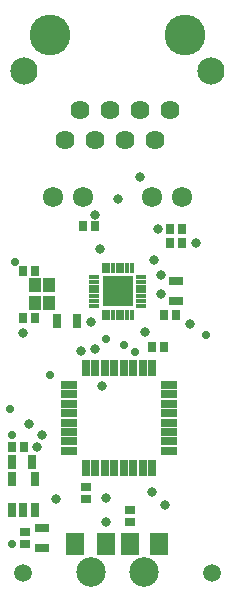
<source format=gbr>
%FSTAX23Y23*%
%MOIN*%
%SFA1B1*%

%IPPOS*%
%ADD36R,0.031622X0.035559*%
%ADD37R,0.027685X0.047370*%
%ADD38R,0.047370X0.027685*%
%ADD39R,0.055244X0.027685*%
%ADD40R,0.027685X0.055244*%
%ADD41R,0.102488X0.102488*%
%ADD42R,0.015874X0.035559*%
%ADD43R,0.035559X0.015874*%
%ADD44R,0.043433X0.045401*%
%ADD45C,0.027685*%
%ADD46R,0.059181X0.074929*%
%ADD47R,0.035559X0.031622*%
%ADD48R,0.031622X0.051307*%
%ADD49C,0.070992*%
%ADD50C,0.031622*%
%ADD51C,0.059181*%
%ADD52C,0.098551*%
%ADD53C,0.067842*%
%ADD54C,0.063905*%
%ADD55C,0.090677*%
%ADD56C,0.135952*%
%ADD57C,0.031622*%
%LNwol_pcb_soldermask_top-1*%
%LPD*%
G54D36*
X00118Y00933D03*
X00078D03*
X00568Y01232D03*
X00608D03*
X00318Y0124D03*
X00279D03*
X00608Y01185D03*
X00568D03*
X00586Y00944D03*
X00547D03*
X00078Y0109D03*
X00118D03*
X00547Y00838D03*
X00507D03*
X0008Y00503D03*
X00041D03*
G54D37*
X00257Y00925D03*
X0019D03*
X00041Y00456D03*
X00108D03*
G54D38*
X00586Y01057D03*
Y0099D03*
X00141Y00167D03*
Y00234D03*
G54D39*
X00564Y00618D03*
Y00649D03*
Y00681D03*
Y00712D03*
Y00586D03*
Y00555D03*
Y00523D03*
Y00492D03*
X0023Y00586D03*
Y00555D03*
Y00523D03*
Y00492D03*
Y00618D03*
Y00649D03*
Y00681D03*
Y00712D03*
G54D40*
X00413Y00435D03*
X00444D03*
X00476D03*
X00507D03*
X00381D03*
X0035D03*
X00318D03*
X00287D03*
X00381Y00769D03*
X0035D03*
X00318D03*
X00287D03*
X00413D03*
X00444D03*
X00476D03*
X00507D03*
G54D41*
X00393Y01023D03*
G54D42*
X00393Y01102D03*
X00409D03*
X00425D03*
X0044D03*
X00377D03*
X00362D03*
X00346D03*
X00393Y00944D03*
X00377D03*
X00362D03*
X00346D03*
X00409D03*
X00425D03*
X0044D03*
G54D43*
X00314Y01023D03*
Y01039D03*
Y01055D03*
Y0107D03*
Y01007D03*
Y00992D03*
Y00976D03*
X00472Y01023D03*
Y01007D03*
Y00992D03*
Y00976D03*
Y01039D03*
Y01055D03*
Y0107D03*
G54D44*
X00118Y01044D03*
X00165Y00983D03*
Y01044D03*
X00118Y00983D03*
G54D45*
X00452Y00822D03*
X00413Y00846D03*
X00354Y00866D03*
X00169Y00744D03*
X00051Y01122D03*
X00033Y00631D03*
X00688Y00877D03*
X00041Y00543D03*
Y00181D03*
G54D46*
X00251Y00181D03*
X00354D03*
X00433D03*
X00531D03*
G54D47*
X00433Y00295D03*
Y00255D03*
X00287Y0033D03*
Y0037D03*
X00084Y0022D03*
Y00181D03*
G54D48*
X00078Y00295D03*
X00041Y00397D03*
X00116D03*
Y00295D03*
X00041D03*
G54D49*
X00393Y01023D03*
G54D50*
X00421Y00996D03*
Y01051D03*
X00366D03*
Y00996D03*
G54D51*
X00708Y00086D03*
X00078D03*
G54D52*
X00482Y00088D03*
X00305D03*
G54D53*
X00608Y01338D03*
X00508D03*
X00278D03*
X00178D03*
G54D54*
X00218Y01528D03*
X00268Y01628D03*
X00318Y01528D03*
X00368Y01628D03*
X00418Y01528D03*
X00468Y01628D03*
X00518Y01528D03*
X00568Y01628D03*
G54D55*
X00704Y01758D03*
X00082D03*
G54D56*
X00168Y01878D03*
X00618D03*
G54D57*
X00303Y00921D03*
X00078Y00885D03*
X00342Y00708D03*
X00507Y00354D03*
X00551Y00311D03*
X00098Y00582D03*
X00125Y00503D03*
X00653Y01185D03*
X00141Y00543D03*
X00633Y00913D03*
X00271Y00826D03*
X00484Y00889D03*
X00515Y01129D03*
X00539Y01078D03*
X00318Y0083D03*
Y01279D03*
X00393Y0133D03*
X00527Y01232D03*
X00468Y01405D03*
X00334Y01165D03*
X00188Y0033D03*
X00539Y01013D03*
X00354Y00334D03*
Y00255D03*
M02*
</source>
